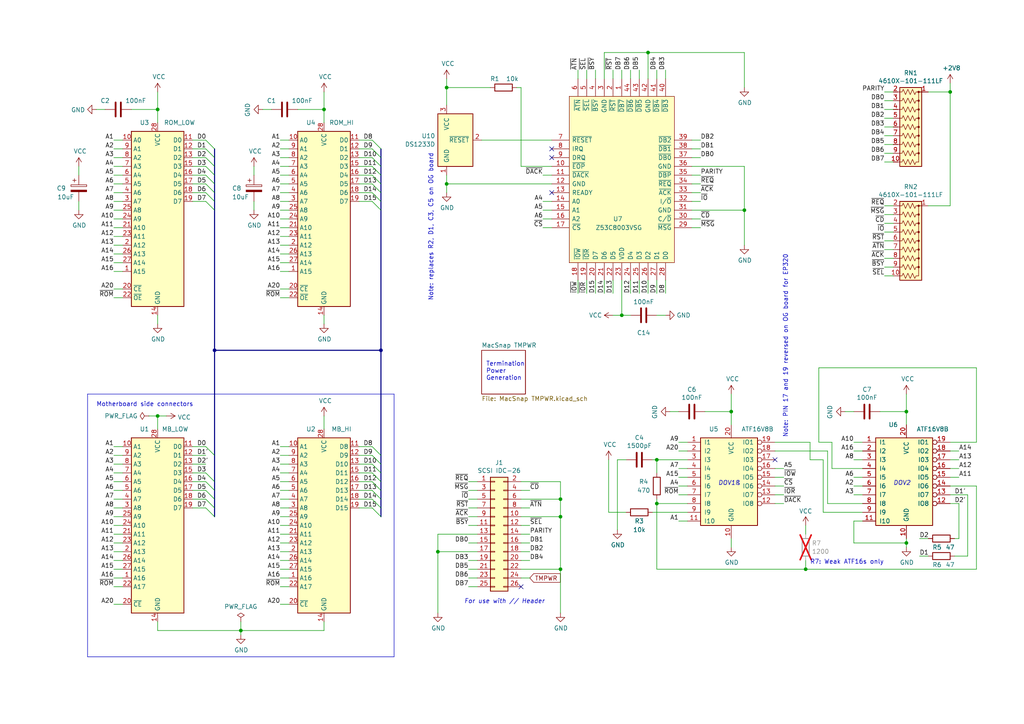
<source format=kicad_sch>
(kicad_sch (version 20231120) (generator "eeschema") (generator_version "8.0")
  (paper "A4")
  (title_block (title "MacSnap SCSI Reloaded") (date "2024-12-15") (rev "2.1") (company "Lostwave") (comment 1 "https://68kmla.org") (comment 2 "https://github.com/demik/MacSnap-SCSI"))
  (junction (at 129.54 53.34))
  (junction (at 129.54 25.4))
  (junction (at 62.23 101.6))
  (junction (at 162.56 165.1))
  (junction (at 190.5 133.35))
  (junction (at 69.85 182.88))
  (junction (at 162.56 144.78))
  (junction (at 162.56 149.86))
  (junction (at 45.72 31.75))
  (junction (at 262.89 119.38))
  (junction (at 110.49 101.6))
  (junction (at 45.72 120.65))
  (junction (at 93.98 31.75))
  (junction (at 127 160.02))
  (junction (at 262.89 157.48))
  (junction (at 190.5 146.05))
  (junction (at 215.9 60.96))
  (junction (at 212.09 119.38))
  (junction (at 233.68 165.1))
  (junction (at 180.34 91.44))
  (junction (at 275.59 26.67))
  (junction (at 187.96 15.24))
  (no_connect (at 160.02 55.88))
  (no_connect (at 224.79 133.35))
  (no_connect (at 160.02 43.18))
  (no_connect (at 160.02 45.72))
  (no_connect (at 151.13 170.18))
  (bus_entry (at 59.69 144.78) (size 2.54 2.54))
  (bus_entry (at 107.95 142.24) (size 2.54 2.54))
  (bus_entry (at 59.69 142.24) (size 2.54 2.54))
  (bus_entry (at 107.95 144.78) (size 2.54 2.54))
  (bus_entry (at 59.69 129.54) (size 2.54 2.54))
  (bus_entry (at 59.69 40.64) (size 2.54 2.54))
  (bus_entry (at 107.95 137.16) (size 2.54 2.54))
  (bus_entry (at 59.69 48.26) (size 2.54 2.54))
  (bus_entry (at 107.95 48.26) (size 2.54 2.54))
  (bus_entry (at 107.95 129.54) (size 2.54 2.54))
  (bus_entry (at 59.69 53.34) (size 2.54 2.54))
  (bus_entry (at 59.69 43.18) (size 2.54 2.54))
  (bus_entry (at 59.69 58.42) (size 2.54 2.54))
  (bus_entry (at 59.69 55.88) (size 2.54 2.54))
  (bus_entry (at 107.95 53.34) (size 2.54 2.54))
  (bus_entry (at 107.95 40.64) (size 2.54 2.54))
  (bus_entry (at 59.69 45.72) (size 2.54 2.54))
  (bus_entry (at 59.69 139.7) (size 2.54 2.54))
  (bus_entry (at 59.69 50.8) (size 2.54 2.54))
  (bus_entry (at 107.95 134.62) (size 2.54 2.54))
  (bus_entry (at 59.69 147.32) (size 2.54 2.54))
  (bus_entry (at 107.95 45.72) (size 2.54 2.54))
  (bus_entry (at 107.95 58.42) (size 2.54 2.54))
  (bus_entry (at 107.95 55.88) (size 2.54 2.54))
  (bus_entry (at 107.95 50.8) (size 2.54 2.54))
  (bus_entry (at 107.95 139.7) (size 2.54 2.54))
  (bus_entry (at 107.95 43.18) (size 2.54 2.54))
  (bus_entry (at 107.95 132.08) (size 2.54 2.54))
  (bus_entry (at 59.69 137.16) (size 2.54 2.54))
  (bus_entry (at 107.95 147.32) (size 2.54 2.54))
  (wire (pts (xy 187.96 15.24) (xy 175.26 15.24)))
  (wire (pts (xy 81.28 160.02) (xy 83.82 160.02)))
  (wire (pts (xy 129.54 22.86) (xy 129.54 25.4)))
  (wire (pts (xy 196.85 143.51) (xy 199.39 143.51)))
  (wire (pts (xy 275.59 128.27) (xy 283.21 128.27)))
  (wire (pts (xy 275.59 143.51) (xy 280.67 143.51)))
  (wire (pts (xy 275.59 135.89) (xy 278.13 135.89)))
  (wire (pts (xy 200.66 40.64) (xy 203.2 40.64)))
  (wire (pts (xy 104.14 139.7) (xy 107.95 139.7)))
  (wire (pts (xy 224.79 135.89) (xy 227.33 135.89)))
  (wire (pts (xy 278.13 156.21) (xy 276.86 156.21)))
  (wire (pts (xy 33.02 83.82) (xy 35.56 83.82)))
  (wire (pts (xy 256.54 77.47) (xy 259.08 77.47)))
  (wire (pts (xy 215.9 48.26) (xy 215.9 60.96)))
  (wire (pts (xy 81.28 78.74) (xy 83.82 78.74)))
  (wire (pts (xy 190.5 85.09) (xy 190.5 81.28)))
  (wire (pts (xy 196.85 151.13) (xy 199.39 151.13)))
  (wire (pts (xy 256.54 64.77) (xy 259.08 64.77)))
  (wire (pts (xy 33.02 73.66) (xy 35.56 73.66)))
  (wire (pts (xy 157.48 66.04) (xy 160.02 66.04)))
  (wire (pts (xy 200.66 43.18) (xy 203.2 43.18)))
  (wire (pts (xy 190.5 133.35) (xy 199.39 133.35)))
  (wire (pts (xy 73.66 50.8) (xy 73.66 48.26)))
  (wire (pts (xy 135.89 142.24) (xy 138.43 142.24)))
  (wire (pts (xy 135.89 147.32) (xy 138.43 147.32)))
  (wire (pts (xy 93.98 124.46) (xy 93.98 120.65)))
  (bus (pts (xy 62.23 147.32) (xy 62.23 149.86)))
  (wire (pts (xy 153.67 152.4) (xy 151.13 152.4)))
  (wire (pts (xy 33.02 165.1) (xy 35.56 165.1)))
  (wire (pts (xy 33.02 162.56) (xy 35.56 162.56)))
  (wire (pts (xy 81.28 68.58) (xy 83.82 68.58)))
  (wire (pts (xy 157.48 58.42) (xy 160.02 58.42)))
  (wire (pts (xy 33.02 66.04) (xy 35.56 66.04)))
  (wire (pts (xy 138.43 154.94) (xy 127 154.94)))
  (wire (pts (xy 76.2 31.75) (xy 78.74 31.75)))
  (wire (pts (xy 81.28 139.7) (xy 83.82 139.7)))
  (wire (pts (xy 33.02 45.72) (xy 35.56 45.72)))
  (wire (pts (xy 81.28 71.12) (xy 83.82 71.12)))
  (wire (pts (xy 269.24 26.67) (xy 275.59 26.67)))
  (wire (pts (xy 151.13 149.86) (xy 162.56 149.86)))
  (wire (pts (xy 200.66 60.96) (xy 215.9 60.96)))
  (wire (pts (xy 162.56 165.1) (xy 162.56 177.8)))
  (wire (pts (xy 104.14 147.32) (xy 107.95 147.32)))
  (wire (pts (xy 179.07 133.35) (xy 181.61 133.35)))
  (wire (pts (xy 33.02 137.16) (xy 35.56 137.16)))
  (wire (pts (xy 55.88 132.08) (xy 59.69 132.08)))
  (wire (pts (xy 55.88 144.78) (xy 59.69 144.78)))
  (wire (pts (xy 224.79 138.43) (xy 227.33 138.43)))
  (wire (pts (xy 180.34 22.86) (xy 180.34 20.32)))
  (wire (pts (xy 196.85 140.97) (xy 199.39 140.97)))
  (wire (pts (xy 93.98 31.75) (xy 93.98 35.56)))
  (wire (pts (xy 247.65 143.51) (xy 250.19 143.51)))
  (wire (pts (xy 190.5 91.44) (xy 193.04 91.44)))
  (wire (pts (xy 69.85 182.88) (xy 45.72 182.88)))
  (wire (pts (xy 193.04 22.86) (xy 193.04 20.32)))
  (wire (pts (xy 45.72 35.56) (xy 45.72 31.75)))
  (wire (pts (xy 151.13 48.26) (xy 160.02 48.26)))
  (wire (pts (xy 81.28 167.64) (xy 83.82 167.64)))
  (wire (pts (xy 250.19 130.81) (xy 247.65 130.81)))
  (wire (pts (xy 212.09 119.38) (xy 212.09 123.19)))
  (wire (pts (xy 203.2 55.88) (xy 200.66 55.88)))
  (wire (pts (xy 199.39 138.43) (xy 196.85 138.43)))
  (wire (pts (xy 55.88 48.26) (xy 59.69 48.26)))
  (wire (pts (xy 33.02 40.64) (xy 35.56 40.64)))
  (wire (pts (xy 170.18 85.09) (xy 170.18 81.28)))
  (bus (pts (xy 110.49 55.88) (xy 110.49 58.42)))
  (wire (pts (xy 81.28 134.62) (xy 83.82 134.62)))
  (wire (pts (xy 256.54 34.29) (xy 259.08 34.29)))
  (bus (pts (xy 62.23 139.7) (xy 62.23 142.24)))
  (wire (pts (xy 203.2 58.42) (xy 200.66 58.42)))
  (wire (pts (xy 135.89 139.7) (xy 138.43 139.7)))
  (wire (pts (xy 33.02 129.54) (xy 35.56 129.54)))
  (wire (pts (xy 275.59 24.13) (xy 275.59 26.67)))
  (wire (pts (xy 256.54 72.39) (xy 259.08 72.39)))
  (wire (pts (xy 172.72 85.09) (xy 172.72 81.28)))
  (wire (pts (xy 275.59 59.69) (xy 269.24 59.69)))
  (wire (pts (xy 73.66 60.96) (xy 73.66 58.42)))
  (wire (pts (xy 81.28 165.1) (xy 83.82 165.1)))
  (bus (pts (xy 62.23 55.88) (xy 62.23 58.42)))
  (wire (pts (xy 55.88 58.42) (xy 59.69 58.42)))
  (wire (pts (xy 104.14 40.64) (xy 107.95 40.64)))
  (wire (pts (xy 81.28 175.26) (xy 83.82 175.26)))
  (wire (pts (xy 35.56 43.18) (xy 33.02 43.18)))
  (wire (pts (xy 33.02 48.26) (xy 35.56 48.26)))
  (wire (pts (xy 157.48 60.96) (xy 160.02 60.96)))
  (wire (pts (xy 176.53 133.35) (xy 176.53 148.59)))
  (wire (pts (xy 189.23 148.59) (xy 199.39 148.59)))
  (bus (pts (xy 110.49 137.16) (xy 110.49 139.7)))
  (wire (pts (xy 170.18 22.86) (xy 170.18 20.32)))
  (bus (pts (xy 110.49 53.34) (xy 110.49 55.88)))
  (wire (pts (xy 262.89 158.75) (xy 262.89 157.48)))
  (wire (pts (xy 93.98 180.34) (xy 93.98 182.88)))
  (wire (pts (xy 256.54 62.23) (xy 259.08 62.23)))
  (wire (pts (xy 81.28 157.48) (xy 83.82 157.48)))
  (wire (pts (xy 33.02 76.2) (xy 35.56 76.2)))
  (wire (pts (xy 149.86 25.4) (xy 151.13 25.4)))
  (wire (pts (xy 151.13 142.24) (xy 153.67 142.24)))
  (wire (pts (xy 135.89 162.56) (xy 138.43 162.56)))
  (wire (pts (xy 33.02 55.88) (xy 35.56 55.88)))
  (wire (pts (xy 45.72 26.67) (xy 45.72 31.75)))
  (wire (pts (xy 33.02 142.24) (xy 35.56 142.24)))
  (wire (pts (xy 38.1 31.75) (xy 45.72 31.75)))
  (wire (pts (xy 224.79 130.81) (xy 240.03 130.81)))
  (wire (pts (xy 81.28 76.2) (xy 83.82 76.2)))
  (wire (pts (xy 81.28 66.04) (xy 83.82 66.04)))
  (wire (pts (xy 256.54 67.31) (xy 259.08 67.31)))
  (wire (pts (xy 45.72 124.46) (xy 45.72 120.65)))
  (wire (pts (xy 104.14 45.72) (xy 107.95 45.72)))
  (wire (pts (xy 162.56 139.7) (xy 162.56 144.78)))
  (wire (pts (xy 238.76 133.35) (xy 234.95 133.35)))
  (wire (pts (xy 245.11 119.38) (xy 247.65 119.38)))
  (wire (pts (xy 240.03 146.05) (xy 240.03 130.81)))
  (wire (pts (xy 256.54 74.93) (xy 259.08 74.93)))
  (wire (pts (xy 55.88 40.64) (xy 59.69 40.64)))
  (wire (pts (xy 241.3 128.27) (xy 241.3 135.89)))
  (bus (pts (xy 110.49 101.6) (xy 110.49 132.08)))
  (wire (pts (xy 256.54 59.69) (xy 259.08 59.69)))
  (polyline (pts (xy 114.3 114.3) (xy 114.3 190.5)))
  (wire (pts (xy 241.3 128.27) (xy 237.49 128.27)))
  (bus (pts (xy 62.23 142.24) (xy 62.23 144.78)))
  (wire (pts (xy 247.65 138.43) (xy 250.19 138.43)))
  (wire (pts (xy 185.42 85.09) (xy 185.42 81.28)))
  (wire (pts (xy 203.2 50.8) (xy 200.66 50.8)))
  (wire (pts (xy 129.54 50.8) (xy 129.54 53.34)))
  (wire (pts (xy 104.14 50.8) (xy 107.95 50.8)))
  (wire (pts (xy 45.72 182.88) (xy 45.72 180.34)))
  (wire (pts (xy 81.28 40.64) (xy 83.82 40.64)))
  (wire (pts (xy 215.9 15.24) (xy 187.96 15.24)))
  (wire (pts (xy 33.02 71.12) (xy 35.56 71.12)))
  (wire (pts (xy 33.02 160.02) (xy 35.56 160.02)))
  (wire (pts (xy 172.72 22.86) (xy 172.72 20.32)))
  (wire (pts (xy 182.88 22.86) (xy 182.88 20.32)))
  (wire (pts (xy 247.65 157.48) (xy 262.89 157.48)))
  (bus (pts (xy 62.23 144.78) (xy 62.23 147.32)))
  (wire (pts (xy 193.04 85.09) (xy 193.04 81.28)))
  (wire (pts (xy 139.7 40.64) (xy 160.02 40.64)))
  (wire (pts (xy 196.85 130.81) (xy 199.39 130.81)))
  (wire (pts (xy 190.5 137.16) (xy 190.5 133.35)))
  (bus (pts (xy 62.23 101.6) (xy 62.23 132.08)))
  (wire (pts (xy 104.14 132.08) (xy 107.95 132.08)))
  (wire (pts (xy 135.89 170.18) (xy 138.43 170.18)))
  (wire (pts (xy 189.23 133.35) (xy 190.5 133.35)))
  (wire (pts (xy 180.34 91.44) (xy 180.34 81.28)))
  (wire (pts (xy 233.68 152.4) (xy 233.68 154.94)))
  (wire (pts (xy 104.14 55.88) (xy 107.95 55.88)))
  (wire (pts (xy 81.28 170.18) (xy 83.82 170.18)))
  (wire (pts (xy 157.48 63.5) (xy 160.02 63.5)))
  (wire (pts (xy 27.94 31.75) (xy 30.48 31.75)))
  (bus (pts (xy 110.49 134.62) (xy 110.49 137.16)))
  (wire (pts (xy 33.02 53.34) (xy 35.56 53.34)))
  (wire (pts (xy 280.67 161.29) (xy 276.86 161.29)))
  (wire (pts (xy 224.79 140.97) (xy 227.33 140.97)))
  (wire (pts (xy 135.89 144.78) (xy 138.43 144.78)))
  (wire (pts (xy 175.26 85.09) (xy 175.26 81.28)))
  (bus (pts (xy 110.49 144.78) (xy 110.49 147.32)))
  (wire (pts (xy 135.89 167.64) (xy 138.43 167.64)))
  (wire (pts (xy 175.26 15.24) (xy 175.26 22.86)))
  (bus (pts (xy 110.49 58.42) (xy 110.49 60.96)))
  (bus (pts (xy 110.49 147.32) (xy 110.49 149.86)))
  (wire (pts (xy 196.85 135.89) (xy 199.39 135.89)))
  (wire (pts (xy 33.02 60.96) (xy 35.56 60.96)))
  (wire (pts (xy 151.13 167.64) (xy 153.67 167.64)))
  (bus (pts (xy 110.49 142.24) (xy 110.49 144.78)))
  (wire (pts (xy 55.88 129.54) (xy 59.69 129.54)))
  (wire (pts (xy 81.28 144.78) (xy 83.82 144.78)))
  (wire (pts (xy 135.89 165.1) (xy 138.43 165.1)))
  (wire (pts (xy 151.13 25.4) (xy 151.13 48.26)))
  (wire (pts (xy 151.13 139.7) (xy 162.56 139.7)))
  (wire (pts (xy 238.76 148.59) (xy 250.19 148.59)))
  (wire (pts (xy 135.89 149.86) (xy 138.43 149.86)))
  (wire (pts (xy 104.14 53.34) (xy 107.95 53.34)))
  (wire (pts (xy 185.42 22.86) (xy 185.42 20.32)))
  (bus (pts (xy 62.23 50.8) (xy 62.23 53.34)))
  (wire (pts (xy 129.54 25.4) (xy 129.54 30.48)))
  (wire (pts (xy 33.02 68.58) (xy 35.56 68.58)))
  (wire (pts (xy 81.28 162.56) (xy 83.82 162.56)))
  (wire (pts (xy 135.89 152.4) (xy 138.43 152.4)))
  (bus (pts (xy 62.23 132.08) (xy 62.23 139.7)))
  (wire (pts (xy 81.28 60.96) (xy 83.82 60.96)))
  (wire (pts (xy 250.19 135.89) (xy 241.3 135.89)))
  (wire (pts (xy 212.09 158.75) (xy 212.09 156.21)))
  (wire (pts (xy 22.86 50.8) (xy 22.86 48.26)))
  (wire (pts (xy 45.72 93.98) (xy 45.72 91.44)))
  (wire (pts (xy 81.28 137.16) (xy 83.82 137.16)))
  (bus (pts (xy 110.49 50.8) (xy 110.49 53.34)))
  (wire (pts (xy 93.98 182.88) (xy 69.85 182.88)))
  (wire (pts (xy 256.54 80.01) (xy 259.08 80.01)))
  (wire (pts (xy 256.54 36.83) (xy 259.08 36.83)))
  (wire (pts (xy 212.09 114.3) (xy 212.09 119.38)))
  (wire (pts (xy 247.65 151.13) (xy 247.65 157.48)))
  (wire (pts (xy 104.14 58.42) (xy 107.95 58.42)))
  (wire (pts (xy 33.02 58.42) (xy 35.56 58.42)))
  (wire (pts (xy 151.13 162.56) (xy 153.67 162.56)))
  (wire (pts (xy 181.61 148.59) (xy 176.53 148.59)))
  (wire (pts (xy 200.66 48.26) (xy 215.9 48.26)))
  (bus (pts (xy 62.23 43.18) (xy 62.23 45.72)))
  (bus (pts (xy 110.49 60.96) (xy 110.49 101.6)))
  (wire (pts (xy 33.02 139.7) (xy 35.56 139.7)))
  (wire (pts (xy 157.48 50.8) (xy 160.02 50.8)))
  (wire (pts (xy 33.02 167.64) (xy 35.56 167.64)))
  (wire (pts (xy 162.56 149.86) (xy 162.56 165.1)))
  (wire (pts (xy 81.28 129.54) (xy 83.82 129.54)))
  (wire (pts (xy 179.07 133.35) (xy 179.07 153.67)))
  (wire (pts (xy 33.02 134.62) (xy 35.56 134.62)))
  (wire (pts (xy 187.96 85.09) (xy 187.96 81.28)))
  (wire (pts (xy 240.03 146.05) (xy 250.19 146.05)))
  (wire (pts (xy 250.19 151.13) (xy 247.65 151.13)))
  (wire (pts (xy 104.14 137.16) (xy 107.95 137.16)))
  (wire (pts (xy 234.95 133.35) (xy 234.95 128.27)))
  (wire (pts (xy 55.88 139.7) (xy 59.69 139.7)))
  (wire (pts (xy 43.18 120.65) (xy 45.72 120.65)))
  (wire (pts (xy 33.02 86.36) (xy 35.56 86.36)))
  (wire (pts (xy 256.54 69.85) (xy 259.08 69.85)))
  (wire (pts (xy 127 160.02) (xy 127 177.8)))
  (wire (pts (xy 227.33 146.05) (xy 224.79 146.05)))
  (wire (pts (xy 104.14 129.54) (xy 107.95 129.54)))
  (wire (pts (xy 256.54 29.21) (xy 259.08 29.21)))
  (bus (pts (xy 62.23 58.42) (xy 62.23 60.96)))
  (wire (pts (xy 177.8 85.09) (xy 177.8 81.28)))
  (wire (pts (xy 55.88 55.88) (xy 59.69 55.88)))
  (bus (pts (xy 62.23 48.26) (xy 62.23 50.8)))
  (bus (pts (xy 62.23 53.34) (xy 62.23 55.88)))
  (wire (pts (xy 33.02 157.48) (xy 35.56 157.48)))
  (wire (pts (xy 224.79 143.51) (xy 227.33 143.51)))
  (wire (pts (xy 224.79 128.27) (xy 234.95 128.27)))
  (wire (pts (xy 278.13 146.05) (xy 278.13 156.21)))
  (wire (pts (xy 190.5 165.1) (xy 233.68 165.1)))
  (bus (pts (xy 62.23 60.96) (xy 62.23 101.6)))
  (polyline (pts (xy 25.4 190.5) (xy 25.4 114.3)))
  (wire (pts (xy 200.66 45.72) (xy 203.2 45.72)))
  (wire (pts (xy 81.28 142.24) (xy 83.82 142.24)))
  (wire (pts (xy 237.49 128.27) (xy 237.49 106.68)))
  (wire (pts (xy 83.82 43.18) (xy 81.28 43.18)))
  (wire (pts (xy 196.85 128.27) (xy 199.39 128.27)))
  (wire (pts (xy 81.28 73.66) (xy 83.82 73.66)))
  (wire (pts (xy 256.54 41.91) (xy 259.08 41.91)))
  (wire (pts (xy 182.88 85.09) (xy 182.88 81.28)))
  (wire (pts (xy 283.21 106.68) (xy 283.21 128.27)))
  (wire (pts (xy 256.54 39.37) (xy 259.08 39.37)))
  (wire (pts (xy 86.36 31.75) (xy 93.98 31.75)))
  (wire (pts (xy 233.68 165.1) (xy 283.21 165.1)))
  (wire (pts (xy 33.02 170.18) (xy 35.56 170.18)))
  (wire (pts (xy 55.88 147.32) (xy 59.69 147.32)))
  (wire (pts (xy 81.28 45.72) (xy 83.82 45.72)))
  (wire (pts (xy 151.13 160.02) (xy 153.67 160.02)))
  (wire (pts (xy 160.02 53.34) (xy 129.54 53.34)))
  (wire (pts (xy 256.54 44.45) (xy 259.08 44.45)))
  (wire (pts (xy 55.88 142.24) (xy 59.69 142.24)))
  (wire (pts (xy 151.13 154.94) (xy 153.67 154.94)))
  (wire (pts (xy 177.8 91.44) (xy 180.34 91.44)))
  (wire (pts (xy 233.68 162.56) (xy 233.68 165.1)))
  (wire (pts (xy 138.43 160.02) (xy 127 160.02)))
  (wire (pts (xy 151.13 147.32) (xy 153.67 147.32)))
  (wire (pts (xy 83.82 132.08) (xy 81.28 132.08)))
  (wire (pts (xy 262.89 119.38) (xy 262.89 123.19)))
  (bus (pts (xy 110.49 48.26) (xy 110.49 50.8)))
  (polyline (pts (xy 25.4 114.3) (xy 114.3 114.3)))
  (wire (pts (xy 129.54 55.88) (xy 129.54 53.34)))
  (wire (pts (xy 275.59 133.35) (xy 278.13 133.35)))
  (wire (pts (xy 55.88 53.34) (xy 59.69 53.34)))
  (wire (pts (xy 81.28 58.42) (xy 83.82 58.42)))
  (wire (pts (xy 33.02 50.8) (xy 35.56 50.8)))
  (wire (pts (xy 81.28 147.32) (xy 83.82 147.32)))
  (wire (pts (xy 104.14 48.26) (xy 107.95 48.26)))
  (wire (pts (xy 55.88 43.18) (xy 59.69 43.18)))
  (wire (pts (xy 55.88 137.16) (xy 59.69 137.16)))
  (wire (pts (xy 269.24 161.29) (xy 266.7 161.29)))
  (wire (pts (xy 255.27 119.38) (xy 262.89 119.38)))
  (wire (pts (xy 237.49 106.68) (xy 283.21 106.68)))
  (wire (pts (xy 275.59 130.81) (xy 278.13 130.81)))
  (wire (pts (xy 190.5 146.05) (xy 199.39 146.05)))
  (wire (pts (xy 262.89 114.3) (xy 262.89 119.38)))
  (wire (pts (xy 55.88 134.62) (xy 59.69 134.62)))
  (wire (pts (xy 283.21 140.97) (xy 275.59 140.97)))
  (wire (pts (xy 203.2 53.34) (xy 200.66 53.34)))
  (wire (pts (xy 104.14 43.18) (xy 107.95 43.18)))
  (wire (pts (xy 129.54 25.4) (xy 142.24 25.4)))
  (wire (pts (xy 33.02 149.86) (xy 35.56 149.86)))
  (bus (pts (xy 110.49 43.18) (xy 110.49 45.72)))
  (wire (pts (xy 177.8 22.86) (xy 177.8 20.32)))
  (bus (pts (xy 110.49 45.72) (xy 110.49 48.26)))
  (wire (pts (xy 81.28 154.94) (xy 83.82 154.94)))
  (wire (pts (xy 187.96 22.86) (xy 187.96 15.24)))
  (wire (pts (xy 151.13 157.48) (xy 153.67 157.48)))
  (wire (pts (xy 256.54 31.75) (xy 259.08 31.75)))
  (bus (pts (xy 110.49 101.6) (xy 62.23 101.6)))
  (wire (pts (xy 33.02 78.74) (xy 35.56 78.74)))
  (wire (pts (xy 262.89 157.48) (xy 262.89 156.21)))
  (wire (pts (xy 194.31 119.38) (xy 196.85 119.38)))
  (wire (pts (xy 33.02 144.78) (xy 35.56 144.78)))
  (wire (pts (xy 247.65 128.27) (xy 250.19 128.27)))
  (wire (pts (xy 135.89 157.48) (xy 138.43 157.48)))
  (wire (pts (xy 81.28 83.82) (xy 83.82 83.82)))
  (wire (pts (xy 180.34 91.44) (xy 182.88 91.44)))
  (wire (pts (xy 33.02 147.32) (xy 35.56 147.32)))
  (wire (pts (xy 22.86 60.96) (xy 22.86 58.42)))
  (wire (pts (xy 93.98 93.98) (xy 93.98 91.44)))
  (wire (pts (xy 275.59 138.43) (xy 278.13 138.43)))
  (wire (pts (xy 127 154.94) (xy 127 160.02)))
  (wire (pts (xy 256.54 26.67) (xy 259.08 26.67)))
  (wire (pts (xy 104.14 134.62) (xy 107.95 134.62)))
  (wire (pts (xy 93.98 26.67) (xy 93.98 31.75)))
  (bus (pts (xy 62.23 45.72) (xy 62.23 48.26)))
  (wire (pts (xy 81.28 48.26) (xy 83.82 48.26)))
  (wire (pts (xy 45.72 120.65) (xy 48.26 120.65)))
  (wire (pts (xy 167.64 85.09) (xy 167.64 81.28)))
  (wire (pts (xy 151.13 165.1) (xy 162.56 165.1)))
  (wire (pts (xy 81.28 152.4) (xy 83.82 152.4)))
  (wire (pts (xy 81.28 50.8) (xy 83.82 50.8)))
  (wire (pts (xy 33.02 152.4) (xy 35.56 152.4)))
  (wire (pts (xy 283.21 165.1) (xy 283.21 140.97)))
  (wire (pts (xy 190.5 22.86) (xy 190.5 20.32)))
  (wire (pts (xy 81.28 63.5) (xy 83.82 63.5)))
  (wire (pts (xy 162.56 144.78) (xy 162.56 149.86)))
  (wire (pts (xy 167.64 22.86) (xy 167.64 20.32)))
  (wire (pts (xy 35.56 132.08) (xy 33.02 132.08)))
  (wire (pts (xy 190.5 144.78) (xy 190.5 146.05)))
  (polyline (pts (xy 114.3 190.5) (xy 25.4 190.5)))
  (wire (pts (xy 215.9 60.96) (xy 215.9 71.12)))
  (wire (pts (xy 81.28 53.34) (xy 83.82 53.34)))
  (bus (pts (xy 110.49 139.7) (xy 110.49 142.24)))
  (wire (pts (xy 275.59 146.05) (xy 278.13 146.05)))
  (wire (pts (xy 81.28 149.86) (xy 83.82 149.86)))
  (wire (pts (xy 215.9 15.24) (xy 215.9 25.4)))
  (wire (pts (xy 247.65 133.35) (xy 250.19 133.35)))
  (wire (pts (xy 256.54 46.99) (xy 259.08 46.99)))
  (wire (pts (xy 104.14 142.24) (xy 107.95 142.24)))
  (wire (pts (xy 203.2 63.5) (xy 200.66 63.5)))
  (wire (pts (xy 81.28 55.88) (xy 83.82 55.88)))
  (wire (pts (xy 104.14 144.78) (xy 107.95 144.78)))
  (wire (pts (xy 69.85 184.15) (xy 69.85 182.88)))
  (wire (pts (xy 203.2 66.04) (xy 200.66 66.04)))
  (wire (pts (xy 69.85 182.88) (xy 69.85 180.34)))
  (wire (pts (xy 81.28 86.36) (xy 83.82 86.36)))
  (wire (pts (xy 33.02 154.94) (xy 35.56 154.94)))
  (wire (pts (xy 204.47 119.38) (xy 212.09 119.38)))
  (wire (pts (xy 190.5 146.05) (xy 190.5 165.1)))
  (wire (pts (xy 33.02 175.26) (xy 35.56 175.26)))
  (wire (pts (xy 151.13 144.78) (xy 162.56 144.78)))
  (wire (pts (xy 238.76 148.59) (xy 238.76 133.35)))
  (wire (pts (xy 55.88 50.8) (xy 59.69 50.8)))
  (bus (pts (xy 110.49 132.08) (xy 110.49 134.62)))
  (wire (pts (xy 275.59 26.67) (xy 275.59 59.69)))
  (wire (pts (xy 247.65 140.97) (xy 250.19 140.97)))
  (wire (pts (xy 269.24 156.21) (xy 266.7 156.21)))
  (wire (pts (xy 55.88 45.72) (xy 59.69 45.72)))
  (wire (pts (xy 280.67 143.51) (xy 280.67 161.29)))
  (wire (pts (xy 33.02 63.5) (xy 35.56 63.5)))
  (text "R7: Weak ATF16s only" (at 234.95 163.83 0) (effects (font (size 1.27 1.27)) (justify left bottom)))
  (text "Termination\nPower\nGeneration" (at 140.97 110.49 0) (effects (font (size 1.27 1.27)) (justify left bottom)))
  (text "DOV1ß" (at 208.28 140.97 0) (effects (font (size 1.27 1.27) (italic yes)) (justify left bottom)))
  (text "Note: replaces R2, D1, C3, C5 on OG board" (at 125.73 44.45 90) (effects (font (size 1.27 1.27)) (justify right bottom)))
  (text "Motherboard side connectors" (at 27.94 118.11 0) (effects (font (size 1.27 1.27)) (justify left bottom)))
  (text "For use with // Header" (at 134.62 175.26 0) (effects (font (size 1.27 1.27) (italic yes)) (justify left bottom)))
  (text "Note: PIN 17 and 19 reversed on OG board for EP320" (at 228.6 127 90) (effects (font (size 1.27 1.27)) (justify left bottom)))
  (text "DOV2" (at 259.08 140.97 0) (effects (font (size 1.27 1.27) (italic yes)) (justify left bottom)))
  (label "D7" (at 57.15 58.42 0))
  (label "A5" (at 227.33 135.89 0))
  (label "~{BSY}" (at 256.54 77.47 180))
  (label "D4" (at 57.15 139.7 0))
  (label "A14" (at 278.13 130.81 0))
  (label "D2'" (at 276.86 146.05 0))
  (label "D13" (at 177.8 85.09 90))
  (label "~{CD}" (at 256.54 64.77 180))
  (label "A15" (at 33.02 165.1 180))
  (label "D10" (at 187.96 85.09 90))
  (label "DB0" (at 256.54 29.21 180))
  (label "A4" (at 33.02 48.26 180))
  (label "~{IOW}" (at 167.64 85.09 90))
  (label "~{REQ}" (at 256.54 59.69 180))
  (label "~{SEL}" (at 153.67 152.4 0))
  (label "A14" (at 81.28 162.56 180))
  (label "A11" (at 81.28 154.94 180))
  (label "A16" (at 81.28 167.64 180))
  (label "A3" (at 33.02 45.72 180))
  (label "A4" (at 81.28 48.26 180))
  (label "A4" (at 157.48 58.42 180))
  (label "A6" (at 33.02 142.24 180))
  (label "DB4" (at 256.54 39.37 180))
  (label "A12" (at 81.28 157.48 180))
  (label "A16" (at 33.02 167.64 180))
  (label "D0" (at 57.15 40.64 0))
  (label "A20" (at 81.28 83.82 180))
  (label "DB0" (at 203.2 45.72 0))
  (label "D14" (at 105.41 55.88 0))
  (label "~{CD}" (at 203.2 63.5 0))
  (label "~{ACK}" (at 256.54 74.93 180))
  (label "A7" (at 81.28 144.78 180))
  (label "A8" (at 33.02 147.32 180))
  (label "~{IOR}" (at 227.33 143.51 0))
  (label "~{DACK}" (at 157.48 50.8 180))
  (label "A20" (at 33.02 175.26 180))
  (label "A3" (at 81.28 134.62 180))
  (label "DB6" (at 182.88 20.32 90))
  (label "A9" (at 33.02 60.96 180))
  (label "~{REQ}" (at 203.2 53.34 0))
  (label "A10" (at 33.02 152.4 180))
  (label "D14" (at 175.26 85.09 90))
  (label "A1" (at 33.02 40.64 180))
  (label "DB4" (at 190.5 20.32 90))
  (label "~{ROM}" (at 81.28 170.18 180))
  (label "A16" (at 81.28 78.74 180))
  (label "A10" (at 81.28 152.4 180))
  (label "~{IO}" (at 135.89 144.78 180))
  (label "A6" (at 81.28 53.34 180))
  (label "PARITY" (at 153.67 154.94 0))
  (label "A6" (at 157.48 63.5 180))
  (label "DB1" (at 256.54 31.75 180))
  (label "A20" (at 196.85 130.81 180))
  (label "D13" (at 105.41 53.34 0))
  (label "A4" (at 33.02 137.16 180))
  (label "A8" (at 33.02 58.42 180))
  (label "D2" (at 266.7 156.21 0))
  (label "DB4" (at 153.67 162.56 0))
  (label "D11" (at 185.42 85.09 90))
  (label "A9" (at 196.85 128.27 180))
  (label "PARITY" (at 203.2 50.8 0))
  (label "~{RST}" (at 135.89 147.32 180))
  (label "D9" (at 105.41 132.08 0))
  (label "DB7" (at 256.54 46.99 180))
  (label "D8" (at 193.04 85.09 90))
  (label "D1'" (at 57.15 132.08 0))
  (label "A9" (at 81.28 60.96 180))
  (label "D5" (at 57.15 142.24 0))
  (label "A8" (at 81.28 147.32 180))
  (label "~{IO}" (at 203.2 58.42 0))
  (label "A4" (at 196.85 140.97 180))
  (label "D1" (at 57.15 43.18 0))
  (label "A15" (at 81.28 165.1 180))
  (label "A3" (at 33.02 134.62 180))
  (label "DB1" (at 153.67 157.48 0))
  (label "~{BSY}" (at 172.72 20.32 90))
  (label "~{RST}" (at 256.54 69.85 180))
  (label "A2" (at 33.02 132.08 180))
  (label "~{ATN}" (at 167.64 20.32 90))
  (label "A1" (at 81.28 40.64 180))
  (label "A10" (at 247.65 128.27 180))
  (label "A11" (at 33.02 154.94 180))
  (label "~{CD}" (at 153.67 142.24 0))
  (label "DB3" (at 193.04 20.32 90))
  (label "~{ROM}" (at 33.02 86.36 180))
  (label "A13" (at 81.28 71.12 180))
  (label "A5" (at 81.28 139.7 180))
  (label "D10" (at 105.41 134.62 0))
  (label "D14" (at 105.41 144.78 0))
  (label "A2" (at 33.02 43.18 180))
  (label "A7" (at 33.02 144.78 180))
  (label "A2" (at 81.28 43.18 180))
  (label "~{ATN}" (at 256.54 72.39 180))
  (label "D9" (at 105.41 43.18 0))
  (label "A16" (at 33.02 78.74 180))
  (label "~{ROM}" (at 196.85 143.51 180))
  (label "D3" (at 57.15 48.26 0))
  (label "A16" (at 247.65 130.81 180))
  (label "A12" (at 278.13 135.89 0))
  (label "DB6" (at 256.54 44.45 180))
  (label "A9" (at 81.28 149.86 180))
  (label "A5" (at 33.02 50.8 180))
  (label "A1" (at 81.28 129.54 180))
  (label "A5" (at 81.28 50.8 180))
  (label "DB3" (at 256.54 36.83 180))
  (label "~{IO}" (at 256.54 67.31 180))
  (label "A7" (at 81.28 55.88 180))
  (label "D6" (at 57.15 144.78 0))
  (label "~{DACK}" (at 227.33 146.05 0))
  (label "D7" (at 57.15 147.32 0))
  (label "~{ACK}" (at 135.89 149.86 180))
  (label "D4" (at 57.15 50.8 0))
  (label "A12" (at 33.02 68.58 180))
  (label "D0" (at 57.15 129.54 0))
  (label "A3" (at 81.28 45.72 180))
  (label "D15" (at 105.41 58.42 0))
  (label "D1" (at 266.7 161.29 0))
  (label "A8" (at 247.65 133.35 180))
  (label "D2" (at 57.15 45.72 0))
  (label "A11" (at 33.02 66.04 180))
  (label "~{REQ}" (at 135.89 139.7 180))
  (label "~{SEL}" (at 170.18 20.32 90))
  (label "A15" (at 81.28 76.2 180))
  (label "~{SEL}" (at 256.54 80.01 180))
  (label "A12" (at 81.28 68.58 180))
  (label "A10" (at 33.02 63.5 180))
  (label "A2" (at 247.65 140.97 180))
  (label "DB3" (at 135.89 162.56 180))
  (label "A3" (at 247.65 143.51 180))
  (label "~{IOW}" (at 227.33 138.43 0))
  (label "D12" (at 105.41 139.7 0))
  (label "D11" (at 105.41 48.26 0))
  (label "A14" (at 81.28 73.66 180))
  (label "~{ATN}" (at 153.67 147.32 0))
  (label "DB2" (at 153.67 160.02 0))
  (label "~{ROM}" (at 81.28 86.36 180))
  (label "D8" (at 105.41 40.64 0))
  (label "A11" (at 278.13 138.43 0))
  (label "~{IOR}" (at 170.18 85.09 90))
  (label "DB2" (at 256.54 34.29 180))
  (label "~{ROM}" (at 33.02 170.18 180))
  (label "DB6" (at 135.89 167.64 180))
  (label "A20" (at 81.28 175.26 180))
  (label "A7" (at 33.02 55.88 180))
  (label "DB5" (at 135.89 165.1 180))
  (label "DB2" (at 203.2 40.64 0))
  (label "A1" (at 196.85 151.13 180))
  (label "D2'" (at 57.15 134.62 0))
  (label "A14" (at 33.02 73.66 180))
  (label "A8" (at 81.28 58.42 180))
  (label "D12" (at 182.88 85.09 90))
  (label "D3" (at 57.15 137.16 0))
  (label "A15" (at 196.85 138.43 180))
  (label "D11" (at 105.41 137.16 0))
  (label "DB5" (at 185.42 20.32 90))
  (label "DB0" (at 135.89 157.48 180))
  (label "A5" (at 33.02 139.7 180))
  (label "D13" (at 105.41 142.24 0))
  (label "A13" (at 81.28 160.02 180))
  (label "~{RST}" (at 177.8 20.32 90))
  (label "~{MSG}" (at 256.54 62.23 180))
  (label "~{ACK}" (at 203.2 55.88 0))
  (label "A11" (at 81.28 66.04 180))
  (label "~{MSG}" (at 135.89 142.24 180))
  (label "A4" (at 81.28 137.16 180))
  (label "D12" (at 105.41 50.8 0))
  (label "DB7" (at 180.34 20.32 90))
  (label "A7" (at 196.85 135.89 180))
  (label "A15" (at 33.02 76.2 180))
  (label "D1'" (at 276.86 143.51 0))
  (label "DB5" (at 256.54 41.91 180))
  (label "~{BSY}" (at 135.89 152.4 180))
  (label "PARITY" (at 256.54 26.67 180))
  (label "D15" (at 105.41 147.32 0))
  (label "A6" (at 247.65 138.43 180))
  (label "A14" (at 33.02 162.56 180))
  (label "A6" (at 81.28 142.24 180))
  (label "D15" (at 172.72 85.09 90))
  (label "D8" (at 105.41 129.54 0))
  (label "A13" (at 33.02 160.02 180))
  (label "D6" (at 57.15 55.88 0))
  (label "~{CS}" (at 157.48 66.04 180))
  (label "A12" (at 33.02 157.48 180))
  (label "DB1" (at 203.2 43.18 0))
  (label "A5" (at 157.48 60.96 180))
  (label "A6" (at 33.02 53.34 180))
  (label "D9" (at 190.5 85.09 90))
  (label "A10" (at 81.28 63.5 180))
  (label "A20" (at 33.02 83.82 180))
  (label "A13" (at 33.02 71.12 180))
  (label "D10" (at 105.41 45.72 0))
  (label "~{CS}" (at 227.33 140.97 0))
  (label "D5" (at 57.15 53.34 0))
  (label "DB7" (at 135.89 170.18 180))
  (label "A9" (at 33.02 149.86 180))
  (label "A1" (at 33.02 129.54 180))
  (label "A13" (at 278.13 133.35 0))
  (label "~{MSG}" (at 203.2 66.04 0))
  (label "A2" (at 81.28 132.08 180))
  (global_label "TMPWR" (shape input) (at 153.67 167.64 0) (property "Intersheetrefs" "${INTERSHEET_REFS}" (effects (hide yes))))
  (symbol (lib_id "Connector_Apple:Mac_Plus_ROM_LOW") (at 45.72 152.4 0) (unit 1)
    (property "Reference" "U1" (at 41.91 124.46 0))
    (property "Value" "MB_LOW" (at 50.8 124.46 0))
    (property "Footprint" "Connector_Apple:DIP-28_W15.24mm_Piggy" (effects (hide yes)))
    (property "Datasheet" "http://www.synack.net/~bbraun/plusrom/index.html" (effects (hide yes)))
  )
  (symbol (lib_id "Connector_Apple:Mac_Plus_ROM_HI") (at 93.98 152.4 0) (unit 1)
    (property "Reference" "U2" (at 90.17 124.46 0))
    (property "Value" "MB_HI" (at 99.06 124.46 0))
    (property "Footprint" "Connector_Apple:DIP-28_W15.24mm_Piggy" (effects (hide yes)))
    (property "Datasheet" "http://www.synack.net/~bbraun/plusrom/index.html" (effects (hide yes)))
  )
  (symbol (lib_id "Memory_EPROM:27C512") (at 45.72 63.5 0) (unit 1)
    (property "Reference" "U3" (at 41.91 35.56 0))
    (property "Value" "ROM_LOW" (at 52.07 35.56 0))
    (property "Footprint" "Package_DIP:DIP-28_W15.24mm_Socket" (effects (hide yes)))
    (property "Datasheet" "http://ww1.microchip.com/downloads/en/DeviceDoc/doc0015.pdf" (effects (hide yes)))
  )
  (symbol (lib_id "Memory_EPROM:27C512") (at 93.98 63.5 0) (unit 1)
    (property "Reference" "U4" (at 90.17 35.56 0))
    (property "Value" "ROM_HI" (at 99.06 35.56 0))
    (property "Footprint" "Package_DIP:DIP-28_W15.24mm_Socket" (effects (hide yes)))
    (property "Datasheet" "http://ww1.microchip.com/downloads/en/DeviceDoc/doc0015.pdf" (effects (hide yes)))
  )
  (symbol (lib_id "power:GND") (at 69.85 184.15 0) (unit 1)
    (property "Reference" "#PWR0101" (effects (hide yes)))
    (property "Value" "GND" (at 69.977 188.5442 0))
  )
  (symbol (lib_id "power:PWR_FLAG") (at 69.85 180.34 0) (unit 1)
    (property "Reference" "#FLG0101" (effects (hide yes)))
    (property "Value" "PWR_FLAG" (at 69.85 175.9458 0))
  )
  (symbol (lib_id "Logic_Programmable:PAL16L8") (at 212.09 140.97 0) (unit 1)
    (property "Reference" "U5" (at 207.01 124.46 0))
    (property "Value" "ATF16V8B" (at 219.71 124.46 0))
    (property "Footprint" "Package_DIP:DIP-20_W7.62mm" (effects (hide yes)))
  )
  (symbol (lib_id "Logic_Programmable:PAL16L8") (at 262.89 140.97 0) (unit 1)
    (property "Reference" "U6" (at 259.08 123.19 0))
    (property "Value" "ATF16V8B" (at 270.51 124.46 0))
    (property "Footprint" "Package_DIP:DIP-20_W7.62mm" (effects (hide yes)))
  )
  (symbol (lib_id "power:GND") (at 45.72 93.98 0) (unit 1)
    (property "Reference" "#PWR0102" (effects (hide yes)))
    (property "Value" "GND" (at 45.847 98.3742 0))
  )
  (symbol (lib_id "power:GND") (at 93.98 93.98 0) (unit 1)
    (property "Reference" "#PWR0103" (effects (hide yes)))
    (property "Value" "GND" (at 94.107 98.3742 0))
  )
  (symbol (lib_id "Z53C8003VSG:Z53C8003VSG") (at 160.02 40.64 0) (unit 1)
    (property "Reference" "U7" (at 177.8 63.5 0) (effects (justify left)))
    (property "Value" "Z53C8003VSG" (at 172.72 66.04 0) (effects (justify left)))
    (property "Footprint" "Package_LCC:PLCC-44_THT-Socket" (effects (hide yes)))
    (property "Datasheet" "https://www.mouser.fr/datasheet/2/450/ps0108-33056.pdf" (effects (hide yes)))
    (property "Description" "SCSI Interface IC 3MB/SEC CMOS SCSI I" (effects (hide yes)))
    (property "Height" "4.572" (effects (hide yes)))
    (property "Mouser Part Number" "692-Z53C8003VSG" (effects (hide yes)))
    (property "Mouser Price/Stock" "https://www.mouser.co.uk/ProductDetail/ZiLOG/Z53C8003VSG/?qs=FsLZlD%252B%252Bd9cJEZW2nIhyXQ%3D%3D" (effects (hide yes)))
    (property "Manufacturer_Name" "Zilog" (effects (hide yes)))
    (property "Manufacturer_Part_Number" "Z53C8003VSG" (effects (hide yes)))
  )
  (symbol (lib_id "power:GND") (at 76.2 31.75 270) (unit 1)
    (property "Reference" "#PWR0108" (effects (hide yes)))
    (property "Value" "GND" (at 71.8058 31.877 0))
  )
  (symbol (lib_id "power:GND") (at 27.94 31.75 270) (unit 1)
    (property "Reference" "#PWR0109" (effects (hide yes)))
    (property "Value" "GND" (at 24.6888 31.877 90) (effects (justify right)))
  )
  (symbol (lib_id "power:VCC") (at 48.26 120.65 270) (unit 1)
    (property "Reference" "#PWR0104" (effects (hide yes)))
    (property "Value" "VCC" (at 51.5112 121.031 90) (effects (justify left)))
  )
  (symbol (lib_id "power:PWR_FLAG") (at 43.18 120.65 90) (unit 1)
    (property "Reference" "#FLG0102" (effects (hide yes)))
    (property "Value" "PWR_FLAG" (at 39.9542 120.65 90) (effects (justify left)))
  )
  (symbol (lib_id "power:VCC") (at 93.98 120.65 0) (unit 1)
    (property "Reference" "#PWR0105" (effects (hide yes)))
    (property "Value" "VCC" (at 94.361 116.2558 0))
  )
  (symbol (lib_id "power:GND") (at 212.09 158.75 0) (unit 1)
    (property "Reference" "#PWR0110" (effects (hide yes)))
    (property "Value" "GND" (at 212.217 163.1442 0))
  )
  (symbol (lib_id "power:GND") (at 262.89 158.75 0) (unit 1)
    (property "Reference" "#PWR0111" (effects (hide yes)))
    (property "Value" "GND" (at 263.017 163.1442 0))
  )
  (symbol (lib_id "power:GND") (at 215.9 71.12 0) (unit 1)
    (property "Reference" "#PWR0119" (effects (hide yes)))
    (property "Value" "GND" (at 216.027 75.5142 0))
  )
  (symbol (lib_id "power:VCC") (at 212.09 114.3 0) (unit 1)
    (property "Reference" "#PWR0112" (effects (hide yes)))
    (property "Value" "VCC" (at 212.471 109.9058 0))
  )
  (symbol (lib_id "Device:C") (at 200.66 119.38 270) (unit 1)
    (property "Reference" "C6" (at 200.66 112.9792 90))
    (property "Value" "100nF" (at 200.66 115.2906 90))
    (property "Footprint" "Capacitor_THT:C_Axial_L3.8mm_D2.6mm_P7.50mm_Horizontal" (effects (hide yes)))
  )
  (symbol (lib_id "power:GND") (at 194.31 119.38 270) (unit 1)
    (property "Reference" "#PWR0113" (effects (hide yes)))
    (property "Value" "GND" (at 189.9158 119.507 0))
  )
  (symbol (lib_id "power:VCC") (at 45.72 26.67 0) (unit 1)
    (property "Reference" "#PWR0106" (effects (hide yes)))
    (property "Value" "VCC" (at 46.101 22.2758 0))
  )
  (symbol (lib_id "power:VCC") (at 93.98 26.67 0) (unit 1)
    (property "Reference" "#PWR0107" (effects (hide yes)))
    (property "Value" "VCC" (at 94.361 22.2758 0))
  )
  (symbol (lib_id "power:VCC") (at 262.89 114.3 0) (unit 1)
    (property "Reference" "#PWR0114" (effects (hide yes)))
    (property "Value" "VCC" (at 263.271 109.9058 0))
  )
  (symbol (lib_id "Device:C") (at 251.46 119.38 270) (unit 1)
    (property "Reference" "C7" (at 251.46 112.9792 90))
    (property "Value" "100nF" (at 251.46 115.2906 90))
    (property "Footprint" "Capacitor_THT:C_Axial_L3.8mm_D2.6mm_P7.50mm_Horizontal" (effects (hide yes)))
  )
  (symbol (lib_id "power:GND") (at 245.11 119.38 270) (unit 1)
    (property "Reference" "#PWR0115" (effects (hide yes)))
    (property "Value" "GND" (at 240.7158 119.507 0))
  )
  (symbol (lib_id "Device:R_Network09_US") (at 264.16 36.83 270) (unit 1)
    (property "Reference" "RN1" (at 264.16 21.1582 90))
    (property "Value" "4610X-101-111LF" (at 264.16 23.4696 90))
    (property "Footprint" "Resistor_THT:R_Array_SIP10" (effects (hide yes)))
    (property "Datasheet" "http://www.vishay.com/docs/31509/csc.pdf" (effects (hide yes)))
  )
  (symbol (lib_id "Device:R_Network09_US") (at 264.16 69.85 270) (unit 1)
    (property "Reference" "RN2" (at 264.16 54.1782 90))
    (property "Value" "4610X-101-111LF" (at 264.16 56.4896 90))
    (property "Footprint" "Resistor_THT:R_Array_SIP10" (effects (hide yes)))
    (property "Datasheet" "http://www.vishay.com/docs/31509/csc.pdf" (effects (hide yes)))
  )
  (symbol (lib_id "power:GND") (at 215.9 25.4 0) (unit 1)
    (property "Reference" "#PWR0121" (effects (hide yes)))
    (property "Value" "GND" (at 216.027 29.7942 0))
  )
  (symbol (lib_id "Connector_Generic:Conn_02x13_Odd_Even") (at 143.51 154.94 0) (unit 1)
    (property "Reference" "J1" (at 144.78 134.1882 0))
    (property "Value" "SCSI IDC-26" (at 144.78 136.4996 0))
    (property "Footprint" "Connector_IDC:IDC-Header_2x13_P2.54mm_Vertical" (effects (hide yes)))
  )
  (symbol (lib_id "power:VCC") (at 177.8 91.44 90) (unit 1)
    (property "Reference" "#PWR0122" (effects (hide yes)))
    (property "Value" "VCC" (at 172.72 91.44 90))
  )
  (symbol (lib_id "power:GND") (at 127 177.8 0) (unit 1)
    (property "Reference" "#PWR0117" (effects (hide yes)))
    (property "Value" "GND" (at 127.127 182.1942 0))
  )
  (symbol (lib_id "power:GND") (at 162.56 177.8 0) (unit 1)
    (property "Reference" "#PWR0118" (effects (hide yes)))
    (property "Value" "GND" (at 162.687 182.1942 0))
  )
  (symbol (lib_id "Device:R") (at 146.05 25.4 270) (unit 1)
    (property "Reference" "R1" (at 143.51 22.86 90))
    (property "Value" "10k" (at 148.59 22.86 90))
    (property "Footprint" "Resistor_THT:R_Axial_DIN0207_L6.3mm_D2.5mm_P10.16mm_Horizontal" (effects (hide yes)))
  )
  (symbol (lib_id "power:VCC") (at 129.54 22.86 0) (unit 1)
    (property "Reference" "#PWR0124" (effects (hide yes)))
    (property "Value" "VCC" (at 129.921 18.4658 0))
  )
  (symbol (lib_id "power:+2V8") (at 275.59 24.13 0) (unit 1)
    (property "Reference" "#PWR0120" (effects (hide yes)))
    (property "Value" "+2V8" (at 275.971 19.7358 0))
  )
  (symbol (lib_id "Device:C") (at 185.42 133.35 270) (unit 1)
    (property "Reference" "C4" (at 185.42 126.9492 90))
    (property "Value" "1500pF" (at 185.42 129.2606 90))
    (property "Footprint" "Capacitor_THT:C_Axial_L3.8mm_D2.6mm_P7.50mm_Horizontal" (effects (hide yes)))
  )
  (symbol (lib_id "power:GND") (at 179.07 153.67 0) (unit 1)
    (property "Reference" "#PWR0125" (effects (hide yes)))
    (property "Value" "GND" (at 179.197 158.0642 0))
  )
  (symbol (lib_id "Device:R") (at 185.42 148.59 270) (unit 1)
    (property "Reference" "R3" (at 185.42 151.13 90))
    (property "Value" "10k" (at 185.42 153.67 90))
    (property "Footprint" "Resistor_THT:R_Axial_DIN0207_L6.3mm_D2.5mm_P10.16mm_Horizontal" (effects (hide yes)))
  )
  (symbol (lib_id "Device:R") (at 190.5 140.97 0) (unit 1)
    (property "Reference" "R4" (at 186.69 139.7 0))
    (property "Value" "470" (at 186.69 142.24 0))
    (property "Footprint" "Resistor_THT:R_Axial_DIN0207_L6.3mm_D2.5mm_P10.16mm_Horizontal" (effects (hide yes)))
  )
  (symbol (lib_id "Device:C") (at 34.29 31.75 270) (unit 1)
    (property "Reference" "C2" (at 30.48 29.21 90))
    (property "Value" "100nF" (at 39.37 29.21 90))
    (property "Footprint" "Capacitor_THT:C_Axial_L3.8mm_D2.6mm_P7.50mm_Horizontal" (effects (hide yes)))
  )
  (symbol (lib_id "Device:C") (at 82.55 31.75 270) (unit 1)
    (property "Reference" "C1" (at 78.74 29.21 90))
    (property "Value" "100nF" (at 87.63 29.21 90))
    (property "Footprint" "Capacitor_THT:C_Axial_L3.8mm_D2.6mm_P7.50mm_Horizontal" (effects (hide yes)))
  )
  (symbol (lib_id "power:GND") (at 129.54 55.88 0) (unit 1)
    (property "Reference" "#PWR0126" (effects (hide yes)))
    (property "Value" "GND" (at 129.667 60.2742 0))
  )
  (symbol (lib_id "Device:R") (at 273.05 156.21 90) (unit 1)
    (property "Reference" "R5" (at 271.78 158.75 90))
    (property "Value" "47" (at 275.59 158.75 90))
    (property "Footprint" "Resistor_THT:R_Axial_DIN0207_L6.3mm_D2.5mm_P10.16mm_Horizontal" (effects (hide yes)))
  )
  (symbol (lib_id "Device:R") (at 273.05 161.29 270) (unit 1)
    (property "Reference" "R6" (at 271.78 163.83 90))
    (property "Value" "47" (at 275.59 163.83 90))
    (property "Footprint" "Resistor_THT:R_Axial_DIN0207_L6.3mm_D2.5mm_P10.16mm_Horizontal" (effects (hide yes)))
  )
  (symbol (lib_id "MacSnap SCSI-rescue:CP-Device") (at 22.86 54.61 0) (unit 1)
    (property "Reference" "C9" (at 17.78 54.61 0))
    (property "Value" "10uF" (at 19.05 57.15 0))
    (property "Footprint" "Capacitor_THT:CP_Radial_Tantal_D4.5mm_P2.50mm" (effects (hide yes)))
  )
  (symbol (lib_id "power:GND") (at 73.66 60.96 0) (unit 1)
    (property "Reference" "#PWR0116" (effects (hide yes)))
    (property "Value" "GND" (at 73.787 65.3542 0))
  )
  (symbol (lib_id "MacSnap SCSI-rescue:CP-Device") (at 73.66 54.61 0) (unit 1)
    (property "Reference" "C8" (at 67.31 54.61 0) (effects (justify left)))
    (property "Value" "10uF" (at 67.31 57.15 0) (effects (justify left)))
    (property "Footprint" "Capacitor_THT:CP_Radial_Tantal_D4.5mm_P2.50mm" (effects (hide yes)))
  )
  (symbol (lib_id "power:GND") (at 22.86 60.96 0) (unit 1)
    (property "Reference" "#PWR0123" (effects (hide yes)))
    (property "Value" "GND" (at 22.987 65.3542 0))
  )
  (symbol (lib_id "power:VCC") (at 22.86 48.26 0) (unit 1)
    (property "Reference" "#PWR0136" (effects (hide yes)))
    (property "Value" "VCC" (at 23.241 43.8658 0))
  )
  (symbol (lib_id "power:VCC") (at 73.66 48.26 0) (unit 1)
    (property "Reference" "#PWR0137" (effects (hide yes)))
    (property "Value" "VCC" (at 74.041 43.8658 0))
  )
  (symbol (lib_id "Device:C") (at 186.69 91.44 90) (unit 1)
    (property "Reference" "C14" (at 186.69 96.52 90))
    (property "Value" "100nF" (at 186.69 87.5609 90))
    (property "Footprint" "Capacitor_THT:C_Axial_L3.8mm_D2.6mm_P10.00mm_Horizontal" (effects (hide yes)))
  )
  (symbol (lib_id "power:GND") (at 193.04 91.44 90) (unit 1)
    (property "Reference" "#PWR06" (effects (hide yes)))
    (property "Value" "GND" (at 196.215 91.44 90) (effects (justify right)))
  )
  (symbol (lib_id "Power_Supervisor:TCM809") (at 132.08 40.64 0) (unit 1)
    (property "Reference" "U10" (at 126.2381 39.4279 0) (effects (justify right)))
    (property "Value" "DS1233D" (at 126.2381 41.8521 0) (effects (justify right)))
    (property "Footprint" "Package_TO_SOT_THT:TO-92_HandSolder" (effects (hide yes)))
    (property "Datasheet" "http://ww1.microchip.com/downloads/en/DeviceDoc/21661E.pdf" (effects (hide yes)))
  )
  (symbol (lib_id "power:VCC") (at 233.68 152.4 0) (unit 1)
    (property "Reference" "#PWR05" (effects (hide yes)))
    (property "Value" "VCC" (at 233.68 148.2669 0))
  )
  (symbol (lib_id "Device:R") (at 233.68 158.75 0) (unit 1) (dnp yes)
    (property "Reference" "R7" (at 235.458 157.5379 0) (effects (justify left)))
    (property "Value" "1200" (at 235.458 159.9621 0) (effects (justify left)))
    (property "Footprint" "Resistor_THT:R_Axial_DIN0207_L6.3mm_D2.5mm_P10.16mm_Horizontal" (effects (hide yes)))
  )
  (symbol (lib_id "power:VCC") (at 176.53 133.35 0) (unit 1)
    (property "Reference" "#PWR07" (effects (hide yes)))
    (property "Value" "VCC" (at 176.911 128.9558 0))
  )
  (sheet (at 139.7 101.6) (size 12.7 12.7)
    (property "Sheetname" "MacSnap TMPWR" (at 139.7 100.8884 0) (effects (justify left bottom)))
    (property "Sheetfile" "MacSnap TMPWR.kicad_sch" (at 139.7 114.8846 0) (effects (justify left top)))
  )
)
</source>
